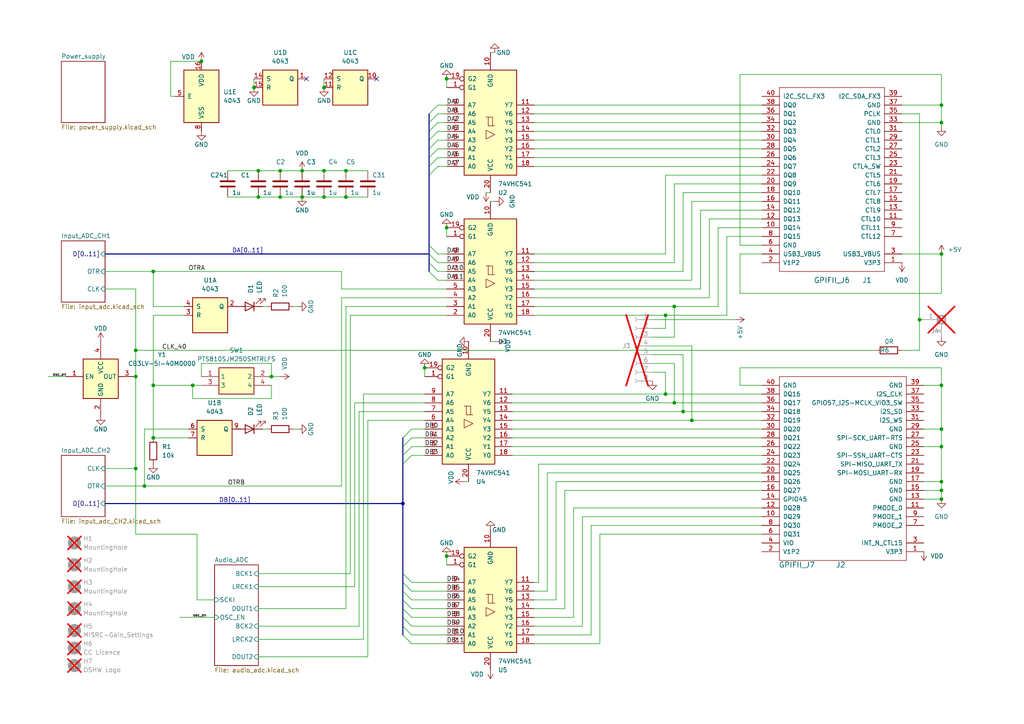
<source format=kicad_sch>
(kicad_sch (version 20231120) (generator "eeschema") (generator_version "8.0")
  (paper "A4")
  (title_block (title "MISRC-PCM") (date "2025-03-03") (rev "2.5") (comment 1 "Digital Interface"))
  (lib_symbols
    (symbol "4043:4043" (pin_names (offset 1.016))
      (property "Reference" "U" (at -7.62 8.89 0))
      (property "Value" "4043" (at -7.62 -8.89 0))
      (symbol "4043_1_1"
        (pin output line (at 7.62 2.54 180) (length 2.54) (name "Q") (number "2"))
        (pin input line (at -7.62 0 0) (length 2.54) (name "R") (number "3"))
        (pin input line (at -7.62 2.54 0) (length 2.54) (name "S") (number "4"))
      )
      (symbol "4043_2_1"
        (pin input line (at -7.62 2.54 0) (length 2.54) (name "S") (number "6"))
        (pin input line (at -7.62 0 0) (length 2.54) (name "R") (number "7"))
        (pin output line (at 7.62 2.54 180) (length 2.54) (name "Q") (number "9"))
      )
      (symbol "4043_3_1"
        (pin output line (at 7.62 2.54 180) (length 2.54) (name "Q") (number "10"))
        (pin input line (at -7.62 0 0) (length 2.54) (name "R") (number "11"))
        (pin input line (at -7.62 2.54 0) (length 2.54) (name "S") (number "12"))
      )
      (symbol "4043_4_1"
        (pin output line (at 7.62 2.54 180) (length 2.54) (name "Q") (number "1"))
        (pin input line (at -7.62 2.54 0) (length 2.54) (name "S") (number "14"))
        (pin input line (at -7.62 0 0) (length 2.54) (name "R") (number "15"))
      )
      (symbol "4043_5_0"
        (pin power_in line (at 0 10.16 270) (length 2.54) (name "VDD") (number "16"))
        (pin input line (at -7.62 0 0) (length 2.54) (name "E") (number "5"))
        (pin power_in line (at 0 -10.16 90) (length 2.54) (name "VSS") (number "8"))
      )
    )
    (symbol "74xx:74LS541" (pin_names (offset 1.016))
      (property "Reference" "U" (at -7.62 16.51 0))
      (property "Value" "74LS541" (at -7.62 -16.51 0))
      (symbol "74LS541_1_0"
        (pin input inverted (at -12.7 -10.16 0) (length 5.08) (name "G1") (number "1"))
        (pin power_in line (at 0 -20.32 90) (length 5.08) (name "GND") (number "10"))
        (pin tri_state line (at 12.7 -5.08 180) (length 5.08) (name "Y7") (number "11"))
        (pin tri_state line (at 12.7 -2.54 180) (length 5.08) (name "Y6") (number "12"))
        (pin tri_state line (at 12.7 0 180) (length 5.08) (name "Y5") (number "13"))
        (pin tri_state line (at 12.7 2.54 180) (length 5.08) (name "Y4") (number "14"))
        (pin tri_state line (at 12.7 5.08 180) (length 5.08) (name "Y3") (number "15"))
        (pin tri_state line (at 12.7 7.62 180) (length 5.08) (name "Y2") (number "16"))
        (pin tri_state line (at 12.7 10.16 180) (length 5.08) (name "Y1") (number "17"))
        (pin tri_state line (at 12.7 12.7 180) (length 5.08) (name "Y0") (number "18"))
        (pin input inverted (at -12.7 -12.7 0) (length 5.08) (name "G2") (number "19"))
        (pin input line (at -12.7 12.7 0) (length 5.08) (name "A0") (number "2"))
        (pin power_in line (at 0 20.32 270) (length 5.08) (name "VCC") (number "20"))
        (pin input line (at -12.7 10.16 0) (length 5.08) (name "A1") (number "3"))
        (pin input line (at -12.7 7.62 0) (length 5.08) (name "A2") (number "4"))
        (pin input line (at -12.7 5.08 0) (length 5.08) (name "A3") (number "5"))
        (pin input line (at -12.7 2.54 0) (length 5.08) (name "A4") (number "6"))
        (pin input line (at -12.7 0 0) (length 5.08) (name "A5") (number "7"))
        (pin input line (at -12.7 -2.54 0) (length 5.08) (name "A6") (number "8"))
        (pin input line (at -12.7 -5.08 0) (length 5.08) (name "A7") (number "9"))
      )
    )
    (symbol "Connector:Conn_01x08_Socket" (pin_names (offset 1.016) hide)
      (property "Reference" "J" (at 0 10.16 0))
      (property "Value" "Conn_01x08_Socket" (at 0 -12.7 0))
      (symbol "Conn_01x08_Socket_1_1"
        (pin passive line (at -5.08 7.62 0) (length 3.81) (name "Pin_1") (number "1"))
        (pin passive line (at -5.08 5.08 0) (length 3.81) (name "Pin_2") (number "2"))
        (pin passive line (at -5.08 2.54 0) (length 3.81) (name "Pin_3") (number "3"))
        (pin passive line (at -5.08 0 0) (length 3.81) (name "Pin_4") (number "4"))
        (pin passive line (at -5.08 -2.54 0) (length 3.81) (name "Pin_5") (number "5"))
        (pin passive line (at -5.08 -5.08 0) (length 3.81) (name "Pin_6") (number "6"))
        (pin passive line (at -5.08 -7.62 0) (length 3.81) (name "Pin_7") (number "7"))
        (pin passive line (at -5.08 -10.16 0) (length 3.81) (name "Pin_8") (number "8"))
      )
    )
    (symbol "Connector_Generic_Shielded:Conn_01x01_Shielded" (pin_names (offset 1.016) hide)
      (property "Reference" "J1" (at -2.54 3.81 0))
      (symbol "Conn_01x01_Shielded_1_1"
        (pin passive line (at -5.08 0 0) (length 4.064) (name "Pin_1") (number "1"))
        (pin passive line (at 0 -5.08 90) (length 3.81) (name "Shield") (number "2"))
      )
    )
    (symbol "Device:C" (pin_numbers hide) (pin_names (offset 0.254))
      (property "Reference" "C" (at 0.635 2.54 0))
      (property "Value" "C" (at 0.635 -2.54 0))
      (symbol "C_1_1"
        (pin passive line (at 0 3.81 270) (length 2.794) (name "~") (number "1"))
        (pin passive line (at 0 -3.81 90) (length 2.794) (name "~") (number "2"))
      )
    )
    (symbol "Device:LED" (pin_numbers hide) (pin_names (offset 1.016) hide)
      (property "Reference" "D" (at 0 2.54 0))
      (property "Value" "LED" (at 0 -2.54 0))
      (symbol "LED_1_1"
        (pin passive line (at -3.81 0 0) (length 2.54) (name "K") (number "1"))
        (pin passive line (at 3.81 0 180) (length 2.54) (name "A") (number "2"))
      )
    )
    (symbol "Device:R" (pin_numbers hide) (pin_names (offset 0))
      (property "Reference" "R" (at 2.032 0 90))
      (property "Value" "R" (at 0 0 90))
      (symbol "R_1_1"
        (pin passive line (at 0 3.81 270) (length 1.27) (name "~") (number "1"))
        (pin passive line (at 0 -3.81 90) (length 1.27) (name "~") (number "2"))
      )
    )
    (symbol "Mechanical:MountingHole" (pin_names (offset 1.016))
      (property "Reference" "H" (at 0 5.08 0))
      (property "Value" "MountingHole" (at 0 3.175 0))
    )
    (symbol "PTS810SJM250SMTRLFS:PTS810SJM250SMTRLFS"
      (property "Reference" "S" (at 16.51 7.62 0))
      (property "Value" "PTS810SJM250SMTRLFS" (at 16.51 5.08 0))
      (symbol "PTS810SJM250SMTRLFS_1_1"
        (pin passive line (at 0 0 0) (length 5.08) (name "1") (number "1"))
        (pin passive line (at 20.32 0 180) (length 5.08) (name "2") (number "2"))
        (pin passive line (at 0 -2.54 0) (length 5.08) (name "3") (number "3"))
        (pin passive line (at 20.32 -2.54 180) (length 5.08) (name "4") (number "4"))
      )
    )
    (symbol "cb3lv-5i-40m0000_p:CB3LV-5I-40M0000"
      (property "Reference" "Y1" (at 30.48 3.7786 0))
      (property "Value" "CB3LV-5I-40M0000" (at 30.48 1.2386 0))
      (symbol "CB3LV-5I-40M0000_1_1"
        (pin passive line (at 2.54 -2.54 0) (length 5.08) (name "EN") (number "1"))
        (pin passive line (at 12.7 -13.97 90) (length 5.08) (name "GND") (number "2"))
        (pin passive line (at 22.86 -2.54 180) (length 5.08) (name "OUT") (number "3"))
        (pin passive line (at 12.7 7.62 270) (length 5.08) (name "VCC") (number "4"))
      )
    )
    (symbol "gpifii_j6:GPIFII_J6" (pin_names (offset 1.016))
      (property "Reference" "J3" (at -10.16 27.94 0))
      (property "Value" "GPIFII_J6" (at 0 27.94 0))
      (symbol "GPIFII_J6_1_1"
        (pin power_in line (at -20.32 22.86 0) (length 5.08) (name "V3P3") (number "1"))
        (pin bidirectional line (at 20.32 12.7 180) (length 5.08) (name "DQ14") (number "10"))
        (pin bidirectional line (at -20.32 10.16 0) (length 5.08) (name "CTL10") (number "11"))
        (pin bidirectional line (at 20.32 10.16 180) (length 5.08) (name "DQ13") (number "12"))
        (pin bidirectional line (at -20.32 7.62 0) (length 5.08) (name "CTL9") (number "13"))
        (pin bidirectional line (at 20.32 7.62 180) (length 5.08) (name "DQ12") (number "14"))
        (pin bidirectional line (at -20.32 5.08 0) (length 5.08) (name "CTL8") (number "15"))
        (pin bidirectional line (at 20.32 5.08 180) (length 5.08) (name "DQ11") (number "16"))
        (pin bidirectional line (at -20.32 2.54 0) (length 5.08) (name "CTL7") (number "17"))
        (pin bidirectional line (at 20.32 2.54 180) (length 5.08) (name "DQ10") (number "18"))
        (pin bidirectional line (at -20.32 0 0) (length 5.08) (name "CTL6") (number "19"))
        (pin power_out line (at 20.32 22.86 180) (length 5.08) (name "V1P2") (number "2"))
        (pin bidirectional line (at 20.32 0 180) (length 5.08) (name "DQ9") (number "20"))
        (pin bidirectional line (at -20.32 -2.54 0) (length 5.08) (name "CTL5") (number "21"))
        (pin bidirectional line (at 20.32 -2.54 180) (length 5.08) (name "DQ8") (number "22"))
        (pin bidirectional line (at -20.32 -5.08 0) (length 5.08) (name "CTL4_SW") (number "23"))
        (pin bidirectional line (at 20.32 -5.08 180) (length 5.08) (name "DQ7") (number "24"))
        (pin bidirectional line (at -20.32 -7.62 0) (length 5.08) (name "CTL3") (number "25"))
        (pin bidirectional line (at 20.32 -7.62 180) (length 5.08) (name "DQ6") (number "26"))
        (pin bidirectional line (at -20.32 -10.16 0) (length 5.08) (name "CTL2") (number "27"))
        (pin bidirectional line (at 20.32 -10.16 180) (length 5.08) (name "DQ5") (number "28"))
        (pin bidirectional line (at -20.32 -12.7 0) (length 5.08) (name "CTL1") (number "29"))
        (pin power_in line (at -20.32 20.32 0) (length 5.08) (name "USB3_VBUS") (number "3"))
        (pin bidirectional line (at 20.32 -12.7 180) (length 5.08) (name "DQ4") (number "30"))
        (pin bidirectional line (at -20.32 -15.24 0) (length 5.08) (name "CTL0") (number "31"))
        (pin bidirectional line (at 20.32 -15.24 180) (length 5.08) (name "DQ3") (number "32"))
        (pin power_in line (at -20.32 -17.78 0) (length 5.08) (name "GND") (number "33"))
        (pin bidirectional line (at 20.32 -17.78 180) (length 5.08) (name "DQ2") (number "34"))
        (pin bidirectional line (at -20.32 -20.32 0) (length 5.08) (name "PCLK") (number "35"))
        (pin bidirectional line (at 20.32 -20.32 180) (length 5.08) (name "DQ1") (number "36"))
        (pin power_in line (at -20.32 -22.86 0) (length 5.08) (name "GND") (number "37"))
        (pin bidirectional line (at 20.32 -22.86 180) (length 5.08) (name "DQ0") (number "38"))
        (pin bidirectional line (at -20.32 -25.4 0) (length 5.08) (name "I2C_SDA_FX3") (number "39"))
        (pin power_in line (at 20.32 20.32 180) (length 5.08) (name "USB3_VBUS") (number "4"))
        (pin bidirectional line (at 20.32 -25.4 180) (length 5.08) (name "I2C_SCL_FX3") (number "40"))
        (pin power_in line (at 20.32 17.78 180) (length 5.08) (name "GND") (number "6"))
        (pin bidirectional line (at -20.32 15.24 0) (length 5.08) (name "CTL12") (number "7"))
        (pin bidirectional line (at 20.32 15.24 180) (length 5.08) (name "DQ15") (number "8"))
        (pin bidirectional line (at -20.32 12.7 0) (length 5.08) (name "CTL11") (number "9"))
      )
    )
    (symbol "gpifii_j7:GPIFII_J7" (pin_names (offset 1.016))
      (property "Reference" "J4" (at 0 26.67 0))
      (property "Value" "GPIFII_J7" (at 12.7 26.67 0))
      (symbol "GPIFII_J7_1_1"
        (pin power_in line (at -24.13 22.86 0) (length 5.08) (name "V3P3") (number "1"))
        (pin bidirectional line (at 22.86 12.7 180) (length 5.08) (name "DQ29") (number "10"))
        (pin bidirectional line (at -24.13 10.16 0) (length 5.08) (name "PMODE_0") (number "11"))
        (pin bidirectional line (at 22.86 10.16 180) (length 5.08) (name "DQ28") (number "12"))
        (pin power_in line (at -24.13 7.62 0) (length 5.08) (name "GND") (number "13"))
        (pin bidirectional line (at 22.86 7.62 180) (length 5.08) (name "GPIO45") (number "14"))
        (pin power_in line (at -24.13 5.08 0) (length 5.08) (name "GND") (number "15"))
        (pin bidirectional line (at 22.86 5.08 180) (length 5.08) (name "DQ27") (number "16"))
        (pin power_in line (at -24.13 2.54 0) (length 5.08) (name "GND") (number "17"))
        (pin bidirectional line (at 22.86 2.54 180) (length 5.08) (name "DQ26") (number "18"))
        (pin bidirectional line (at -24.13 0 0) (length 5.08) (name "SPI-MOSI_UART-RX") (number "19"))
        (pin power_in line (at 22.86 22.86 180) (length 5.08) (name "V1P2") (number "2"))
        (pin bidirectional line (at 22.86 0 180) (length 5.08) (name "DQ25") (number "20"))
        (pin bidirectional line (at -24.13 -2.54 0) (length 5.08) (name "SPI-MISO_UART_TX") (number "21"))
        (pin bidirectional line (at 22.86 -2.54 180) (length 5.08) (name "DQ24") (number "22"))
        (pin bidirectional line (at -24.13 -5.08 0) (length 5.08) (name "SPI-SSN_UART-CTS") (number "23"))
        (pin bidirectional line (at 22.86 -5.08 180) (length 5.08) (name "DQ23") (number "24"))
        (pin power_in line (at -24.13 -7.62 0) (length 5.08) (name "GND") (number "25"))
        (pin bidirectional line (at 22.86 -7.62 180) (length 5.08) (name "DQ22") (number "26"))
        (pin bidirectional line (at -24.13 -10.16 0) (length 5.08) (name "SPI-SCK_UART-RTS") (number "27"))
        (pin bidirectional line (at 22.86 -10.16 180) (length 5.08) (name "DQ21") (number "28"))
        (pin power_in line (at -24.13 -12.7 0) (length 5.08) (name "GND") (number "29"))
        (pin bidirectional line (at -24.13 20.32 0) (length 5.08) (name "INT_N_CTL15") (number "3"))
        (pin bidirectional line (at 22.86 -12.7 180) (length 5.08) (name "DQ20") (number "30"))
        (pin bidirectional line (at -24.13 -15.24 0) (length 5.08) (name "I2S_WS") (number "31"))
        (pin bidirectional line (at 22.86 -15.24 180) (length 5.08) (name "DQ19") (number "32"))
        (pin bidirectional line (at -24.13 -17.78 0) (length 5.08) (name "I2S_SD") (number "33"))
        (pin bidirectional line (at 22.86 -17.78 180) (length 5.08) (name "DQ18") (number "34"))
        (pin bidirectional line (at -24.13 -20.32 0) (length 5.08) (name "GPIO57_I2S-MCLK_VIO3_SW") (number "35"))
        (pin bidirectional line (at 22.86 -20.32 180) (length 5.08) (name "DQ17") (number "36"))
        (pin bidirectional line (at -24.13 -22.86 0) (length 5.08) (name "I2S_CLK") (number "37"))
        (pin bidirectional line (at 22.86 -22.86 180) (length 5.08) (name "DQ16") (number "38"))
        (pin power_in line (at -24.13 -25.4 0) (length 5.08) (name "GND") (number "39"))
        (pin power_out line (at 22.86 20.32 180) (length 5.08) (name "VIO") (number "4"))
        (pin power_in line (at 22.86 -25.4 180) (length 5.08) (name "GND") (number "40"))
        (pin bidirectional line (at 22.86 17.78 180) (length 5.08) (name "DQ31") (number "6"))
        (pin bidirectional line (at -24.13 15.24 0) (length 5.08) (name "PMODE_2") (number "7"))
        (pin bidirectional line (at 22.86 15.24 180) (length 5.08) (name "DQ30") (number "8"))
        (pin bidirectional line (at -24.13 12.7 0) (length 5.08) (name "PMODE_1") (number "9"))
      )
    )
    (symbol "power:+5V" (power) (pin_names (offset 0))
      (property "Value" "+5V" (at 0 3.556 0))
      (symbol "+5V_1_1"
        (pin power_in line (at 0 0 90) (length 0) hide (name "+5V") (number "1"))
      )
    )
    (symbol "power:GND" (power) (pin_names (offset 0))
      (property "Value" "GND" (at 0 -3.81 0))
      (symbol "GND_1_1"
        (pin power_in line (at 0 0 270) (length 0) hide (name "GND") (number "1"))
      )
    )
    (symbol "power:VDD" (power) (pin_names (offset 0))
      (property "Value" "VDD" (at 0 3.81 0))
      (symbol "VDD_1_1"
        (pin power_in line (at 0 0 90) (length 0) hide (name "VDD") (number "1"))
      )
    )
  )
  (junction (at 44.45 78.74))
  (junction (at 74.93 49.53))
  (junction (at 55.88 111.76))
  (junction (at 273.05 73.66))
  (junction (at 87.63 57.15))
  (junction (at 195.58 88.9))
  (junction (at 81.28 49.53))
  (junction (at 200.66 121.92))
  (junction (at 100.33 57.15))
  (junction (at 129.54 161.29))
  (junction (at 273.05 129.54))
  (junction (at 273.05 144.78))
  (junction (at 198.12 119.38))
  (junction (at 44.45 111.76))
  (junction (at 39.37 135.89))
  (junction (at 93.98 57.15))
  (junction (at 73.66 25.4))
  (junction (at 123.19 106.68))
  (junction (at 58.42 17.78))
  (junction (at 100.33 49.53))
  (junction (at 116.84 146.05))
  (junction (at 129.54 22.86))
  (junction (at 266.7 92.71))
  (junction (at 273.05 139.7))
  (junction (at 39.37 109.22))
  (junction (at 193.04 91.44))
  (junction (at 44.45 127))
  (junction (at 129.54 66.04))
  (junction (at 273.05 35.56))
  (junction (at 39.37 101.6))
  (junction (at 93.98 49.53))
  (junction (at 195.58 116.84))
  (junction (at 87.63 49.53))
  (junction (at 193.04 114.3))
  (junction (at 93.98 25.4))
  (junction (at 81.28 57.15))
  (junction (at 273.05 111.76))
  (junction (at 273.05 142.24))
  (junction (at 41.91 140.97))
  (junction (at 273.05 124.46))
  (junction (at 74.93 57.15))
  (junction (at 78.74 109.22))
  (junction (at 273.05 30.48))
  (no_connect (at 88.9 22.86))
  (no_connect (at 109.22 22.86))
  (bus_entry (at 124.46 43.18) (size 2.54 -2.54))
  (bus_entry (at 116.84 134.62) (size 2.54 -2.54))
  (bus_entry (at 116.84 132.08) (size 2.54 -2.54))
  (bus_entry (at 116.84 171.45) (size 2.54 2.54))
  (bus_entry (at 124.46 50.8) (size 2.54 -2.54))
  (bus_entry (at 116.84 129.54) (size 2.54 -2.54))
  (bus_entry (at 124.46 73.66) (size 2.54 2.54))
  (bus_entry (at 116.84 176.53) (size 2.54 2.54))
  (bus_entry (at 116.84 184.15) (size 2.54 2.54))
  (bus_entry (at 124.46 38.1) (size 2.54 -2.54))
  (bus_entry (at 124.46 78.74) (size 2.54 2.54))
  (bus_entry (at 124.46 35.56) (size 2.54 -2.54))
  (bus_entry (at 124.46 71.12) (size 2.54 2.54))
  (bus_entry (at 116.84 179.07) (size 2.54 2.54))
  (bus_entry (at 124.46 48.26) (size 2.54 -2.54))
  (bus_entry (at 116.84 166.37) (size 2.54 2.54))
  (bus_entry (at 116.84 168.91) (size 2.54 2.54))
  (bus_entry (at 124.46 33.02) (size 2.54 -2.54))
  (bus_entry (at 116.84 173.99) (size 2.54 2.54))
  (bus_entry (at 124.46 45.72) (size 2.54 -2.54))
  (bus_entry (at 116.84 127) (size 2.54 -2.54))
  (bus_entry (at 124.46 40.64) (size 2.54 -2.54))
  (bus_entry (at 116.84 181.61) (size 2.54 2.54))
  (bus_entry (at 124.46 76.2) (size 2.54 2.54))
  (wire (pts (xy 273.05 129.54) (xy 267.97 129.54)))
  (wire (pts (xy 193.04 50.8) (xy 220.98 50.8)))
  (wire (pts (xy 74.93 190.5) (xy 106.68 190.5)))
  (wire (pts (xy 214.63 71.12) (xy 220.98 71.12)))
  (wire (pts (xy 78.74 115.57) (xy 55.88 115.57)))
  (wire (pts (xy 102.87 116.84) (xy 102.87 170.18)))
  (wire (pts (xy 127 73.66) (xy 129.54 73.66)))
  (wire (pts (xy 171.45 152.4) (xy 171.45 184.15)))
  (wire (pts (xy 273.05 124.46) (xy 267.97 124.46)))
  (wire (pts (xy 87.63 57.15) (xy 93.98 57.15)))
  (wire (pts (xy 73.66 22.86) (xy 73.66 25.4)))
  (wire (pts (xy 143.51 58.42) (xy 142.24 58.42)))
  (wire (pts (xy 193.04 50.8) (xy 193.04 73.66)))
  (wire (pts (xy 101.6 91.44) (xy 129.54 91.44)))
  (wire (pts (xy 104.14 119.38) (xy 123.19 119.38)))
  (wire (pts (xy 261.62 73.66) (xy 273.05 73.66)))
  (wire (pts (xy 198.12 55.88) (xy 220.98 55.88)))
  (bus (pts (xy 116.84 173.99) (xy 116.84 176.53)))
  (wire (pts (xy 154.94 181.61) (xy 168.91 181.61)))
  (bus (pts (xy 124.46 38.1) (xy 124.46 40.64)))
  (wire (pts (xy 214.63 106.68) (xy 273.05 106.68)))
  (wire (pts (xy 129.54 163.83) (xy 129.54 161.29)))
  (wire (pts (xy 105.41 114.3) (xy 123.19 114.3)))
  (bus (pts (xy 116.84 179.07) (xy 116.84 181.61)))
  (wire (pts (xy 52.07 179.07) (xy 62.23 179.07)))
  (wire (pts (xy 214.63 85.09) (xy 273.05 85.09)))
  (wire (pts (xy 189.23 107.95) (xy 193.04 107.95)))
  (wire (pts (xy 195.58 53.34) (xy 195.58 76.2)))
  (wire (pts (xy 100.33 88.9) (xy 129.54 88.9)))
  (wire (pts (xy 74.93 181.61) (xy 104.14 181.61)))
  (wire (pts (xy 214.63 21.59) (xy 214.63 71.12)))
  (wire (pts (xy 273.05 21.59) (xy 273.05 30.48)))
  (wire (pts (xy 127 40.64) (xy 129.54 40.64)))
  (wire (pts (xy 74.93 176.53) (xy 100.33 176.53)))
  (wire (pts (xy 154.94 83.82) (xy 203.2 83.82)))
  (wire (pts (xy 195.58 116.84) (xy 220.98 116.84)))
  (wire (pts (xy 154.94 91.44) (xy 193.04 91.44)))
  (wire (pts (xy 30.48 140.97) (xy 41.91 140.97)))
  (wire (pts (xy 203.2 60.96) (xy 220.98 60.96)))
  (bus (pts (xy 124.46 43.18) (xy 124.46 45.72)))
  (wire (pts (xy 66.04 49.53) (xy 74.93 49.53)))
  (wire (pts (xy 166.37 147.32) (xy 166.37 179.07)))
  (wire (pts (xy 119.38 176.53) (xy 129.54 176.53)))
  (wire (pts (xy 54.61 124.46) (xy 41.91 124.46)))
  (wire (pts (xy 119.38 129.54) (xy 123.19 129.54)))
  (bus (pts (xy 116.84 129.54) (xy 116.84 132.08)))
  (wire (pts (xy 189.23 92.71) (xy 213.36 92.71)))
  (wire (pts (xy 189.23 100.33) (xy 200.66 100.33)))
  (wire (pts (xy 140.97 55.88) (xy 142.24 55.88)))
  (wire (pts (xy 198.12 119.38) (xy 220.98 119.38)))
  (wire (pts (xy 273.05 129.54) (xy 273.05 124.46)))
  (wire (pts (xy 193.04 114.3) (xy 220.98 114.3)))
  (wire (pts (xy 85.09 88.9) (xy 86.36 88.9)))
  (wire (pts (xy 78.74 105.41) (xy 78.74 109.22)))
  (wire (pts (xy 214.63 73.66) (xy 220.98 73.66)))
  (wire (pts (xy 76.2 88.9) (xy 77.47 88.9)))
  (wire (pts (xy 210.82 68.58) (xy 220.98 68.58)))
  (wire (pts (xy 100.33 57.15) (xy 106.68 57.15)))
  (wire (pts (xy 129.54 25.4) (xy 129.54 22.86)))
  (wire (pts (xy 57.15 154.94) (xy 39.37 154.94)))
  (wire (pts (xy 87.63 49.53) (xy 93.98 49.53)))
  (wire (pts (xy 105.41 114.3) (xy 105.41 185.42)))
  (wire (pts (xy 198.12 102.87) (xy 198.12 119.38)))
  (wire (pts (xy 57.15 173.99) (xy 57.15 154.94)))
  (wire (pts (xy 154.94 179.07) (xy 166.37 179.07)))
  (wire (pts (xy 41.91 140.97) (xy 99.06 140.97)))
  (wire (pts (xy 127 81.28) (xy 129.54 81.28)))
  (wire (pts (xy 154.94 76.2) (xy 195.58 76.2)))
  (wire (pts (xy 99.06 83.82) (xy 99.06 78.74)))
  (wire (pts (xy 44.45 78.74) (xy 44.45 88.9)))
  (wire (pts (xy 154.94 45.72) (xy 220.98 45.72)))
  (wire (pts (xy 39.37 101.6) (xy 254 101.6)))
  (wire (pts (xy 154.94 30.48) (xy 220.98 30.48)))
  (wire (pts (xy 195.58 105.41) (xy 195.58 116.84)))
  (wire (pts (xy 69.85 124.46) (xy 68.58 124.46)))
  (wire (pts (xy 30.48 78.74) (xy 44.45 78.74)))
  (bus (pts (xy 116.84 127) (xy 116.84 129.54)))
  (wire (pts (xy 198.12 55.88) (xy 198.12 78.74)))
  (wire (pts (xy 102.87 116.84) (xy 123.19 116.84)))
  (wire (pts (xy 119.38 171.45) (xy 129.54 171.45)))
  (wire (pts (xy 156.21 134.62) (xy 220.98 134.62)))
  (wire (pts (xy 127 45.72) (xy 129.54 45.72)))
  (bus (pts (xy 116.84 134.62) (xy 116.84 146.05)))
  (wire (pts (xy 74.93 49.53) (xy 81.28 49.53)))
  (wire (pts (xy 214.63 85.09) (xy 214.63 73.66)))
  (wire (pts (xy 154.94 38.1) (xy 220.98 38.1)))
  (wire (pts (xy 49.53 17.78) (xy 58.42 17.78)))
  (wire (pts (xy 266.7 92.71) (xy 267.97 92.71)))
  (wire (pts (xy 30.48 83.82) (xy 39.37 83.82)))
  (wire (pts (xy 163.83 142.24) (xy 220.98 142.24)))
  (wire (pts (xy 119.38 181.61) (xy 129.54 181.61)))
  (wire (pts (xy 148.59 124.46) (xy 220.98 124.46)))
  (bus (pts (xy 124.46 71.12) (xy 124.46 73.66)))
  (wire (pts (xy 148.59 121.92) (xy 200.66 121.92)))
  (wire (pts (xy 261.62 101.6) (xy 266.7 101.6)))
  (wire (pts (xy 13.97 109.22) (xy 19.05 109.22)))
  (wire (pts (xy 62.23 173.99) (xy 57.15 173.99)))
  (wire (pts (xy 200.66 100.33) (xy 200.66 121.92)))
  (bus (pts (xy 116.84 168.91) (xy 116.84 171.45)))
  (wire (pts (xy 189.23 97.79) (xy 195.58 97.79)))
  (wire (pts (xy 142.24 99.06) (xy 143.51 99.06)))
  (wire (pts (xy 214.63 106.68) (xy 214.63 111.76)))
  (wire (pts (xy 81.28 49.53) (xy 87.63 49.53)))
  (wire (pts (xy 148.59 129.54) (xy 220.98 129.54)))
  (wire (pts (xy 154.94 186.69) (xy 173.99 186.69)))
  (wire (pts (xy 154.94 81.28) (xy 200.66 81.28)))
  (wire (pts (xy 119.38 186.69) (xy 129.54 186.69)))
  (wire (pts (xy 195.58 53.34) (xy 220.98 53.34)))
  (wire (pts (xy 200.66 121.92) (xy 220.98 121.92)))
  (wire (pts (xy 273.05 124.46) (xy 273.05 111.76)))
  (wire (pts (xy 99.06 140.97) (xy 99.06 86.36)))
  (wire (pts (xy 78.74 109.22) (xy 81.28 109.22)))
  (bus (pts (xy 116.84 132.08) (xy 116.84 134.62)))
  (wire (pts (xy 161.29 139.7) (xy 220.98 139.7)))
  (wire (pts (xy 273.05 111.76) (xy 267.97 111.76)))
  (wire (pts (xy 200.66 58.42) (xy 200.66 81.28)))
  (wire (pts (xy 93.98 57.15) (xy 100.33 57.15)))
  (wire (pts (xy 93.98 49.53) (xy 100.33 49.53)))
  (wire (pts (xy 154.94 48.26) (xy 220.98 48.26)))
  (wire (pts (xy 273.05 142.24) (xy 267.97 142.24)))
  (wire (pts (xy 101.6 166.37) (xy 101.6 91.44)))
  (wire (pts (xy 220.98 66.04) (xy 208.28 66.04)))
  (wire (pts (xy 119.38 173.99) (xy 129.54 173.99)))
  (wire (pts (xy 273.05 73.66) (xy 273.05 85.09)))
  (wire (pts (xy 39.37 154.94) (xy 39.37 135.89)))
  (wire (pts (xy 154.94 168.91) (xy 156.21 168.91)))
  (wire (pts (xy 44.45 91.44) (xy 53.34 91.44)))
  (wire (pts (xy 214.63 111.76) (xy 220.98 111.76)))
  (wire (pts (xy 205.74 63.5) (xy 205.74 86.36)))
  (wire (pts (xy 74.93 166.37) (xy 101.6 166.37)))
  (wire (pts (xy 154.94 173.99) (xy 161.29 173.99)))
  (wire (pts (xy 76.2 124.46) (xy 77.47 124.46)))
  (wire (pts (xy 208.28 66.04) (xy 208.28 88.9)))
  (wire (pts (xy 119.38 132.08) (xy 123.19 132.08)))
  (wire (pts (xy 220.98 147.32) (xy 166.37 147.32)))
  (wire (pts (xy 100.33 176.53) (xy 100.33 88.9)))
  (bus (pts (xy 116.84 171.45) (xy 116.84 173.99)))
  (bus (pts (xy 124.46 50.8) (xy 124.46 71.12)))
  (bus (pts (xy 116.84 181.61) (xy 116.84 184.15)))
  (bus (pts (xy 30.48 73.66) (xy 124.46 73.66)))
  (wire (pts (xy 195.58 88.9) (xy 208.28 88.9)))
  (wire (pts (xy 39.37 83.82) (xy 39.37 101.6)))
  (wire (pts (xy 273.05 35.56) (xy 273.05 30.48)))
  (wire (pts (xy 148.59 116.84) (xy 195.58 116.84)))
  (wire (pts (xy 127 78.74) (xy 129.54 78.74)))
  (wire (pts (xy 154.94 184.15) (xy 171.45 184.15)))
  (wire (pts (xy 106.68 121.92) (xy 123.19 121.92)))
  (wire (pts (xy 55.88 115.57) (xy 55.88 111.76)))
  (wire (pts (xy 74.93 170.18) (xy 102.87 170.18)))
  (wire (pts (xy 210.82 68.58) (xy 210.82 91.44)))
  (wire (pts (xy 273.05 144.78) (xy 273.05 142.24)))
  (wire (pts (xy 100.33 49.53) (xy 106.68 49.53)))
  (wire (pts (xy 189.23 105.41) (xy 195.58 105.41)))
  (wire (pts (xy 99.06 86.36) (xy 129.54 86.36)))
  (wire (pts (xy 143.51 15.24) (xy 142.24 15.24)))
  (bus (pts (xy 124.46 40.64) (xy 124.46 43.18)))
  (wire (pts (xy 200.66 58.42) (xy 220.98 58.42)))
  (wire (pts (xy 163.83 142.24) (xy 163.83 176.53)))
  (bus (pts (xy 116.84 166.37) (xy 116.84 168.91)))
  (wire (pts (xy 273.05 139.7) (xy 273.05 129.54)))
  (wire (pts (xy 127 76.2) (xy 129.54 76.2)))
  (bus (pts (xy 116.84 176.53) (xy 116.84 179.07)))
  (wire (pts (xy 154.94 176.53) (xy 163.83 176.53)))
  (wire (pts (xy 39.37 109.22) (xy 39.37 135.89)))
  (wire (pts (xy 267.97 144.78) (xy 273.05 144.78)))
  (wire (pts (xy 81.28 57.15) (xy 87.63 57.15)))
  (bus (pts (xy 30.48 146.05) (xy 116.84 146.05)))
  (wire (pts (xy 273.05 111.76) (xy 273.05 106.68)))
  (wire (pts (xy 261.62 33.02) (xy 266.7 33.02)))
  (wire (pts (xy 161.29 139.7) (xy 161.29 173.99)))
  (wire (pts (xy 261.62 35.56) (xy 273.05 35.56)))
  (wire (pts (xy 273.05 139.7) (xy 267.97 139.7)))
  (wire (pts (xy 156.21 134.62) (xy 156.21 168.91)))
  (wire (pts (xy 154.94 86.36) (xy 205.74 86.36)))
  (wire (pts (xy 193.04 95.25) (xy 193.04 91.44)))
  (wire (pts (xy 58.42 109.22) (xy 58.42 105.41)))
  (wire (pts (xy 127 35.56) (xy 129.54 35.56)))
  (wire (pts (xy 154.94 78.74) (xy 198.12 78.74)))
  (wire (pts (xy 127 30.48) (xy 129.54 30.48)))
  (bus (pts (xy 124.46 35.56) (xy 124.46 38.1)))
  (wire (pts (xy 154.94 88.9) (xy 195.58 88.9)))
  (wire (pts (xy 78.74 111.76) (xy 78.74 115.57)))
  (wire (pts (xy 93.98 22.86) (xy 93.98 25.4)))
  (wire (pts (xy 74.93 57.15) (xy 81.28 57.15)))
  (wire (pts (xy 154.94 73.66) (xy 193.04 73.66)))
  (wire (pts (xy 39.37 135.89) (xy 30.48 135.89)))
  (wire (pts (xy 106.68 190.5) (xy 106.68 121.92)))
  (bus (pts (xy 116.84 146.05) (xy 116.84 166.37)))
  (wire (pts (xy 214.63 21.59) (xy 273.05 21.59)))
  (wire (pts (xy 44.45 111.76) (xy 55.88 111.76)))
  (wire (pts (xy 50.8 27.94) (xy 49.53 27.94)))
  (wire (pts (xy 41.91 124.46) (xy 41.91 140.97)))
  (wire (pts (xy 44.45 111.76) (xy 44.45 127)))
  (wire (pts (xy 49.53 27.94) (xy 49.53 17.78)))
  (wire (pts (xy 119.38 179.07) (xy 129.54 179.07)))
  (wire (pts (xy 193.04 91.44) (xy 210.82 91.44)))
  (wire (pts (xy 189.23 95.25) (xy 193.04 95.25)))
  (wire (pts (xy 173.99 154.94) (xy 173.99 186.69)))
  (wire (pts (xy 154.94 171.45) (xy 158.75 171.45)))
  (wire (pts (xy 104.14 181.61) (xy 104.14 119.38)))
  (wire (pts (xy 158.75 137.16) (xy 220.98 137.16)))
  (wire (pts (xy 261.62 30.48) (xy 273.05 30.48)))
  (wire (pts (xy 119.38 124.46) (xy 123.19 124.46)))
  (wire (pts (xy 39.37 101.6) (xy 39.37 109.22)))
  (wire (pts (xy 220.98 152.4) (xy 171.45 152.4)))
  (wire (pts (xy 148.59 114.3) (xy 193.04 114.3)))
  (wire (pts (xy 273.05 142.24) (xy 273.05 139.7)))
  (wire (pts (xy 66.04 57.15) (xy 74.93 57.15)))
  (wire (pts (xy 220.98 149.86) (xy 168.91 149.86)))
  (bus (pts (xy 124.46 48.26) (xy 124.46 50.8)))
  (wire (pts (xy 127 33.02) (xy 129.54 33.02)))
  (wire (pts (xy 195.58 97.79) (xy 195.58 88.9)))
  (wire (pts (xy 74.93 185.42) (xy 105.41 185.42)))
  (wire (pts (xy 85.09 124.46) (xy 86.36 124.46)))
  (wire (pts (xy 148.59 132.08) (xy 220.98 132.08)))
  (wire (pts (xy 148.59 119.38) (xy 198.12 119.38)))
  (wire (pts (xy 58.42 105.41) (xy 78.74 105.41)))
  (wire (pts (xy 154.94 33.02) (xy 220.98 33.02)))
  (wire (pts (xy 134.62 139.7) (xy 135.89 139.7)))
  (wire (pts (xy 193.04 107.95) (xy 193.04 114.3)))
  (wire (pts (xy 173.99 154.94) (xy 220.98 154.94)))
  (wire (pts (xy 119.38 127) (xy 123.19 127)))
  (wire (pts (xy 129.54 83.82) (xy 99.06 83.82)))
  (wire (pts (xy 129.54 68.58) (xy 129.54 66.04)))
  (wire (pts (xy 273.05 36.83) (xy 273.05 35.56)))
  (wire (pts (xy 123.19 109.22) (xy 123.19 106.68)))
  (wire (pts (xy 44.45 88.9) (xy 53.34 88.9)))
  (wire (pts (xy 266.7 33.02) (xy 266.7 92.71)))
  (wire (pts (xy 119.38 168.91) (xy 129.54 168.91)))
  (wire (pts (xy 127 43.18) (xy 129.54 43.18)))
  (wire (pts (xy 154.94 35.56) (xy 220.98 35.56)))
  (wire (pts (xy 203.2 60.96) (xy 203.2 83.82)))
  (wire (pts (xy 154.94 43.18) (xy 220.98 43.18)))
  (wire (pts (xy 127 38.1) (xy 129.54 38.1)))
  (wire (pts (xy 189.23 102.87) (xy 198.12 102.87)))
  (wire (pts (xy 168.91 149.86) (xy 168.91 181.61)))
  (bus (pts (xy 124.46 33.02) (xy 124.46 35.56)))
  (wire (pts (xy 266.7 92.71) (xy 266.7 101.6)))
  (bus (pts (xy 124.46 73.66) (xy 124.46 76.2)))
  (bus (pts (xy 124.46 76.2) (xy 124.46 78.74)))
  (bus (pts (xy 124.46 45.72) (xy 124.46 48.26)))
  (wire (pts (xy 54.61 127) (xy 44.45 127)))
  (wire (pts (xy 127 48.26) (xy 129.54 48.26)))
  (wire (pts (xy 55.88 111.76) (xy 58.42 111.76)))
  (wire (pts (xy 148.59 127) (xy 220.98 127)))
  (wire (pts (xy 44.45 91.44) (xy 44.45 111.76)))
  (wire (pts (xy 205.74 63.5) (xy 220.98 63.5)))
  (wire (pts (xy 158.75 137.16) (xy 158.75 171.45)))
  (wire (pts (xy 154.94 40.64) (xy 220.98 40.64)))
  (wire (pts (xy 119.38 184.15) (xy 129.54 184.15)))
  (wire (pts (xy 44.45 78.74) (xy 99.06 78.74)))
  (label "DA1" (at 129.54 33.02 0))
  (label "DA9" (at 129.54 76.2 0))
  (label "DB10" (at 129.54 184.15 0))
  (label "DB[0..11]" (at 63.5 146.05 0))
  (label "DA8" (at 129.54 73.66 0))
  (label "DA5" (at 129.54 43.18 0))
  (label "DB6" (at 129.54 173.99 0))
  (label "DA2" (at 129.54 35.56 0))
  (label "DA6" (at 129.54 45.72 0))
  (label "DB3" (at 123.19 132.08 0))
  (label "DA3" (at 129.54 38.1 0))
  (label "CLK_40" (at 46.99 101.6 0))
  (label "OTRB" (at 66.04 140.97 0))
  (label "DB2" (at 123.19 129.54 0))
  (label "DA4" (at 129.54 40.64 0))
  (label "DB1" (at 123.19 127 0))
  (label "DB0" (at 123.19 124.46 0))
  (label "DB9" (at 129.54 181.61 0))
  (label "osc_en" (at 15.24 109.22 0) (effects (font (size 0.762 0.762))))
  (label "DA0" (at 129.54 30.48 0))
  (label "DB11" (at 129.54 186.69 0))
  (label "DA7" (at 129.54 48.26 0))
  (label "DA[0..11]" (at 67.31 73.66 0))
  (label "DB7" (at 129.54 176.53 0))
  (label "OTRA" (at 54.61 78.74 0))
  (label "DB8" (at 129.54 179.07 0))
  (label "osc_en" (at 55.88 179.07 0) (effects (font (size 0.762 0.762))))
  (label "DB5" (at 129.54 171.45 0))
  (label "DA11" (at 129.54 81.28 0))
  (label "DB4" (at 129.54 168.91 0))
  (label "DA10" (at 129.54 78.74 0))
  (symbol (lib_id "Device:C") (at 93.98 53.34 0) (unit 1)
    (property "Reference" "C4" (at 95.25 46.99 0) (effects (justify left)))
    (property "Value" "1u" (at 95.25 55.88 0) (effects (justify left)))
    (property "Footprint" "Capacitor_SMD:C_0603_1608Metric" (effects (hide yes)))
    (property "Manufacturer_Part_Number" "GRM188D71H105KE01D " (effects (hide yes)))
  )
  (symbol (lib_id "cb3lv-5i-40m0000_p:CB3LV-5I-40M0000") (at 16.51 106.68 0) (unit 1)
    (property "Reference" "Y1" (at 46.99 102.9014 0))
    (property "Value" "CB3LV-5I-40M0000" (at 46.99 105.4414 0))
    (property "Footprint" "CB3LV5I40M0000" (effects (hide yes)))
    (property "Datasheet" "https://componentsearchengine.com/Datasheets/1/CB3LV-5I-40M0000.pdf" (effects (hide yes)))
    (property "Description" "Standard Clock Oscillators 40.0MHz 3.3V -40C +85C 25ppm" (effects (hide yes)))
    (property "Height" "1.8" (effects (hide yes)))
    (property "Mouser Part Number" "774-CB3LV-5I-40M0000" (effects (hide yes)))
    (property "Mouser Price/Stock" "https://www.mouser.com/Search/Refine.aspx?Keyword=774-CB3LV-5I-40M0000" (effects (hide yes)))
    (property "Manufacturer_Name" "CTS" (effects (hide yes)))
    (property "Manufacturer_Part_Number" "CB3LV-5I-40M0000" (effects (hide yes)))
  )
  (symbol (lib_id "Connector_Generic_Shielded:Conn_01x01_Shielded") (at 273.05 92.71 0) (unit 1) (dnp yes)
    (property "Reference" "J4" (at 270.002 96.012 0) (effects (justify left)))
    (property "Value" "Conn_01x01_Shielded" (effects (hide yes)))
    (property "Footprint" "Footprints:SMA_Amphenol_901-144_Vertical2" (effects (hide yes)))
    (property "Manufacturer_Part_Number" "RF2-04A-T-00-50-G" (effects (hide yes)))
  )
  (symbol (lib_id "power:GND") (at 189.23 110.49 0) (mirror y) (unit 1)
    (property "Reference" "#PWR045" (effects (hide yes)))
    (property "Value" "GND" (at 189.23 115.57 0))
  )
  (symbol (lib_id "power:VDD") (at 261.62 76.2 180) (unit 1)
    (property "Reference" "#PWR01" (effects (hide yes)))
    (property "Value" "VDD" (at 261.62 81.28 0))
  )
  (symbol (lib_id "Device:C") (at 81.28 53.34 0) (unit 1)
    (property "Reference" "C2" (at 80.01 46.99 0) (effects (justify left)))
    (property "Value" "1u" (at 82.55 55.88 0) (effects (justify left)))
    (property "Footprint" "Capacitor_SMD:C_0603_1608Metric" (effects (hide yes)))
    (property "Manufacturer_Part_Number" "GRM188D71H105KE01D " (effects (hide yes)))
  )
  (symbol (lib_id "power:VDD") (at 29.21 99.06 0) (unit 1)
    (property "Reference" "#PWR0251" (effects (hide yes)))
    (property "Value" "VDD" (at 29.21 95.25 0))
  )
  (symbol (lib_id "power:GND") (at 135.89 99.06 270) (mirror x) (unit 1)
    (property "Reference" "#PWR017" (effects (hide yes)))
    (property "Value" "GND" (at 133.35 101.6 0))
  )
  (symbol (lib_id "74xx:74LS541") (at 135.89 119.38 0) (mirror x) (unit 1)
    (property "Reference" "U4" (at 138.0841 139.7 0) (effects (justify left)))
    (property "Value" "74VHC541" (at 138.0841 137.16 0) (effects (justify left)))
    (property "Footprint" "Package_SO:SOIC-20W_7.5x12.8mm_P1.27mm" (effects (hide yes)))
    (property "Datasheet" "http://www.ti.com/lit/gpn/sn74LS541" (effects (hide yes)))
    (property "Manufacturer_Part_Number" "74VHC541D,118" (effects (hide yes)))
  )
  (symbol (lib_id "power:VDD") (at 140.97 55.88 0) (mirror x) (unit 1)
    (property "Reference" "#PWR016" (effects (hide yes)))
    (property "Value" "VDD" (at 137.16 57.15 0))
  )
  (symbol (lib_id "power:GND") (at 58.42 38.1 0) (unit 1)
    (property "Reference" "#PWR04" (effects (hide yes)))
    (property "Value" "GND" (at 58.42 41.91 0))
  )
  (symbol (lib_id "Mechanical:MountingHole") (at 21.59 157.48 0) (unit 1) (dnp yes)
    (property "Reference" "H1" (at 24.13 156.21 0) (effects (justify left)))
    (property "Value" "MountingHole" (at 24.13 158.75 0) (effects (justify left)))
    (property "Footprint" "MountingHole:MountingHole_3.2mm_M3" (effects (hide yes)))
  )
  (symbol (lib_id "power:GND") (at 273.05 97.79 0) (mirror y) (unit 1)
    (property "Reference" "#PWR026" (effects (hide yes)))
    (property "Value" "GND" (at 273.05 102.87 0))
  )
  (symbol (lib_id "4043:4043") (at 60.96 91.44 0) (unit 1)
    (property "Reference" "U1" (at 60.96 81.28 0))
    (property "Value" "4043" (at 60.96 83.82 0))
    (property "Footprint" "Package_SO:SO-16_3.9x9.9mm_P1.27mm" (effects (hide yes)))
    (property "Datasheet" "http://www.onsemi.com/pub/Collateral/MC14043B-D.PDF" (effects (hide yes)))
    (property "Manufacturer_Part_Number" "HEF4043BT-Q100J" (effects (hide yes)))
  )
  (symbol (lib_id "power:GND") (at 273.05 144.78 0) (unit 1)
    (property "Reference" "#PWR025" (effects (hide yes)))
    (property "Value" "GND" (at 273.05 149.86 0))
  )
  (symbol (lib_id "power:GND") (at 123.19 106.68 0) (mirror x) (unit 1)
    (property "Reference" "#PWR012" (effects (hide yes)))
    (property "Value" "GND" (at 123.19 102.87 0))
  )
  (symbol (lib_id "4043:4043") (at 62.23 127 0) (unit 2)
    (property "Reference" "U1" (at 62.23 116.84 0))
    (property "Value" "4043" (at 62.23 119.38 0))
    (property "Footprint" "Package_SO:SO-16_3.9x9.9mm_P1.27mm" (effects (hide yes)))
    (property "Datasheet" "http://www.onsemi.com/pub/Collateral/MC14043B-D.PDF" (effects (hide yes)))
    (property "Manufacturer_Part_Number" "HEF4043BT-Q100J" (effects (hide yes)))
  )
  (symbol (lib_id "Device:C") (at 100.33 53.34 0) (unit 1)
    (property "Reference" "C5" (at 100.33 46.99 0) (effects (justify left)))
    (property "Value" "1u" (at 101.6 55.88 0) (effects (justify left)))
    (property "Footprint" "Capacitor_SMD:C_0603_1608Metric" (effects (hide yes)))
    (property "Manufacturer_Part_Number" "GRM188D71H105KE01D " (effects (hide yes)))
  )
  (symbol (lib_id "gpifii_j7:GPIFII_J7") (at 243.84 137.16 180) (unit 1)
    (property "Reference" "J2" (at 243.84 163.83 0) (effects (font (size 1.524 1.524))))
    (property "Value" "GPIFII_J7" (at 231.14 163.83 0) (effects (font (size 1.524 1.524))))
    (property "Footprint" "Footprints:PinHeader_2x20_P2.54mm_Vertical-1" (effects (hide yes)))
    (property "Manufacturer_Part_Number" "61302021121" (effects (hide yes)))
  )
  (symbol (lib_id "power:GND") (at 29.21 120.65 0) (unit 1)
    (property "Reference" "#PWR0250" (effects (hide yes)))
    (property "Value" "GND" (at 29.21 124.46 0))
  )
  (symbol (lib_id "power:VDD") (at 267.97 160.02 180) (unit 1)
    (property "Reference" "#PWR022" (effects (hide yes)))
    (property "Value" "VDD" (at 271.78 161.29 0))
  )
  (symbol (lib_id "Mechanical:MountingHole") (at 21.59 163.83 0) (unit 1) (dnp yes)
    (property "Reference" "H2" (at 24.13 162.56 0) (effects (justify left)))
    (property "Value" "MountingHole" (at 24.13 165.1 0) (effects (justify left)))
    (property "Footprint" "MountingHole:MountingHole_3.2mm_M3" (effects (hide yes)))
  )
  (symbol (lib_id "power:GND") (at 44.45 134.62 0) (unit 1)
    (property "Reference" "#PWR02" (effects (hide yes)))
    (property "Value" "GND" (at 44.45 138.43 0))
  )
  (symbol (lib_id "power:VDD") (at 87.63 49.53 0) (unit 1)
    (property "Reference" "#PWR08" (effects (hide yes)))
    (property "Value" "VDD" (at 87.63 44.45 0))
  )
  (symbol (lib_id "Connector:Conn_01x08_Socket") (at 184.15 100.33 0) (mirror y) (unit 1) (dnp yes)
    (property "Reference" "J3" (at 182.88 100.33 0) (effects (justify left)))
    (property "Value" "Conn_01x08_Socket" (effects (hide yes)))
    (property "Footprint" "Connector_PinHeader_2.54mm:PinHeader_1x08_P2.54mm_Vertical" (effects (hide yes)))
    (property "Manufacturer_Part_Number" "61300811121" (effects (hide yes)))
  )
  (symbol (lib_id "power:GND") (at 86.36 124.46 90) (unit 1)
    (property "Reference" "#PWR07" (effects (hide yes)))
    (property "Value" "GND" (at 90.17 124.46 0))
  )
  (symbol (lib_id "power:VDD") (at 143.51 99.06 270) (mirror x) (unit 1)
    (property "Reference" "#PWR014" (effects (hide yes)))
    (property "Value" "VDD" (at 147.32 100.33 0))
  )
  (symbol (lib_id "Mechanical:MountingHole") (at 21.59 176.53 0) (unit 1) (dnp yes)
    (property "Reference" "H4" (at 24.13 175.26 0) (effects (justify left)))
    (property "Value" "MountingHole" (at 24.13 177.8 0) (effects (justify left)))
    (property "Footprint" "MountingHole:MountingHole_3.2mm_M3" (effects (hide yes)))
  )
  (symbol (lib_id "Device:R") (at 257.81 101.6 90) (unit 1)
    (property "Reference" "R6" (at 255.27 101.6 90) (effects (justify right)))
    (property "Value" "0R" (at 256.54 99.06 90) (effects (justify right)))
    (property "Footprint" "Resistor_SMD:R_0603_1608Metric" (effects (hide yes)))
    (property "Manufacturer_Part_Number" "RC0603FR-070RL" (effects (hide yes)))
  )
  (symbol (lib_id "power:VDD") (at 134.62 139.7 90) (mirror x) (unit 1)
    (property "Reference" "#PWR015" (effects (hide yes)))
    (property "Value" "VDD" (at 130.81 138.43 0))
  )
  (symbol (lib_id "power:+5V") (at 213.36 92.71 270) (unit 1)
    (property "Reference" "#PWR044" (effects (hide yes)))
    (property "Value" "+5V" (at 214.63 96.52 0))
  )
  (symbol (lib_id "power:GND") (at 93.98 25.4 0) (unit 1)
    (property "Reference" "#PWR0238" (effects (hide yes)))
    (property "Value" "GND" (at 93.98 29.21 0))
  )
  (symbol (lib_id "Mechanical:MountingHole") (at 21.59 187.96 0) (unit 1) (dnp yes)
    (property "Reference" "H6" (at 24.13 186.6899 0) (effects (justify left)))
    (property "Value" "CC Licence" (at 24.13 189.2299 0) (effects (justify left)))
    (property "Footprint" "Footprints:CC Licence" (effects (hide yes)))
  )
  (symbol (lib_id "Mechanical:MountingHole") (at 21.59 193.04 0) (unit 1) (dnp yes)
    (property "Reference" "H7" (at 24.13 191.7699 0) (effects (justify left)))
    (property "Value" "OSHW Logo" (at 24.13 194.3099 0) (effects (justify left)))
    (property "Footprint" "Symbol:OSHW-Logo_5.7x6mm_SilkScreen" (effects (hide yes)))
  )
  (symbol (lib_id "power:GND") (at 143.51 58.42 90) (mirror x) (unit 1)
    (property "Reference" "#PWR021" (effects (hide yes)))
    (property "Value" "GND" (at 148.59 58.42 0))
  )
  (symbol (lib_id "gpifii_j6:GPIFII_J6") (at 241.3 53.34 180) (unit 1)
    (property "Reference" "J1" (at 251.46 81.28 0) (effects (font (size 1.524 1.524))))
    (property "Value" "GPIFII_J6" (at 241.3 81.28 0) (effects (font (size 1.524 1.524))))
    (property "Footprint" "Footprints:PinHeader_2x20_P2.54mm_Vertical-1" (effects (hide yes)))
    (property "Manufacturer_Part_Number" "61302021121" (effects (hide yes)))
  )
  (symbol (lib_id "4043:4043") (at 81.28 25.4 0) (unit 4)
    (property "Reference" "U1" (at 81.28 15.24 0))
    (property "Value" "4043" (at 81.28 17.78 0))
    (property "Footprint" "Package_SO:SO-16_3.9x9.9mm_P1.27mm" (effects (hide yes)))
    (property "Datasheet" "http://www.onsemi.com/pub/Collateral/MC14043B-D.PDF" (effects (hide yes)))
    (property "Manufacturer_Part_Number" "HEF4043BT-Q100J" (effects (hide yes)))
  )
  (symbol (lib_id "74xx:74LS541") (at 142.24 78.74 0) (mirror x) (unit 1)
    (property "Reference" "U3" (at 144.4341 99.06 0) (effects (justify left)))
    (property "Value" "74VHC541" (at 144.4341 96.52 0) (effects (justify left)))
    (property "Footprint" "Package_SO:SOIC-20W_7.5x12.8mm_P1.27mm" (effects (hide yes)))
    (property "Datasheet" "http://www.ti.com/lit/gpn/sn74LS541" (effects (hide yes)))
    (property "Manufacturer_Part_Number" "74VHC541D,118" (effects (hide yes)))
  )
  (symbol (lib_id "Device:R") (at 44.45 130.81 180) (unit 1)
    (property "Reference" "R1" (at 46.99 129.54 0) (effects (justify right)))
    (property "Value" "10k" (at 46.99 132.08 0) (effects (justify right)))
    (property "Footprint" "Resistor_SMD:R_0603_1608Metric" (effects (hide yes)))
    (property "Manufacturer_Part_Number" "RC0603FR-0710KL" (effects (hide yes)))
  )
  (symbol (lib_id "Device:LED") (at 72.39 88.9 180) (unit 1)
    (property "Reference" "D1" (at 72.7075 85.09 90) (effects (justify right)))
    (property "Value" "LED" (at 75.2475 85.09 90) (effects (justify right)))
    (property "Footprint" "LED_SMD:LED_0805_2012Metric_Pad1.15x1.40mm_HandSolder" (effects (hide yes)))
    (property "Manufacturer_Part_Number" "APT2012EC" (effects (hide yes)))
  )
  (symbol (lib_id "power:GND") (at 86.36 88.9 90) (unit 1)
    (property "Reference" "#PWR06" (effects (hide yes)))
    (property "Value" "GND" (at 90.17 88.9 0))
  )
  (symbol (lib_id "Mechanical:MountingHole") (at 21.59 170.18 0) (unit 1) (dnp yes)
    (property "Reference" "H3" (at 24.13 168.91 0) (effects (justify left)))
    (property "Value" "MountingHole" (at 24.13 171.45 0) (effects (justify left)))
    (property "Footprint" "MountingHole:MountingHole_3.2mm_M3" (effects (hide yes)))
  )
  (symbol (lib_id "power:VDD") (at 58.42 17.78 0) (unit 1)
    (property "Reference" "#PWR03" (effects (hide yes)))
    (property "Value" "VDD" (at 54.61 16.51 0))
  )
  (symbol (lib_id "power:GND") (at 129.54 22.86 0) (mirror x) (unit 1)
    (property "Reference" "#PWR010" (effects (hide yes)))
    (property "Value" "GND" (at 129.54 19.05 0))
  )
  (symbol (lib_id "power:GND") (at 143.51 15.24 0) (mirror x) (unit 1)
    (property "Reference" "#PWR020" (effects (hide yes)))
    (property "Value" "GND" (at 146.05 15.24 0))
  )
  (symbol (lib_id "power:GND") (at 273.05 36.83 0) (unit 1)
    (property "Reference" "#PWR023" (effects (hide yes)))
    (property "Value" "GND" (at 273.05 41.91 0))
  )
  (symbol (lib_id "power:GND") (at 142.24 153.67 0) (mirror x) (unit 1)
    (property "Reference" "#PWR019" (effects (hide yes)))
    (property "Value" "GND" (at 144.78 153.67 0))
  )
  (symbol (lib_id "power:GND") (at 73.66 25.4 0) (unit 1)
    (property "Reference" "#PWR0237" (effects (hide yes)))
    (property "Value" "GND" (at 73.66 29.21 0))
  )
  (symbol (lib_id "Device:C") (at 66.04 53.34 0) (unit 1)
    (property "Reference" "C241" (at 60.96 50.8 0) (effects (justify left)))
    (property "Value" "1u" (at 67.31 55.88 0) (effects (justify left)))
    (property "Footprint" "Capacitor_SMD:C_0603_1608Metric" (effects (hide yes)))
    (property "Manufacturer_Part_Number" "GRM188D71H105KE01D " (effects (hide yes)))
  )
  (symbol (lib_id "4043:4043") (at 101.6 25.4 0) (unit 3)
    (property "Reference" "U1" (at 101.6 15.24 0))
    (property "Value" "4043" (at 101.6 17.78 0))
    (property "Footprint" "Package_SO:SO-16_3.9x9.9mm_P1.27mm" (effects (hide yes)))
    (property "Datasheet" "http://www.onsemi.com/pub/Collateral/MC14043B-D.PDF" (effects (hide yes)))
    (property "Manufacturer_Part_Number" "HEF4043BT-Q100J" (effects (hide yes)))
  )
  (symbol (lib_id "PTS810SJM250SMTRLFS:PTS810SJM250SMTRLFS") (at 58.42 109.22 0) (unit 1)
    (property "Reference" "SW1" (at 68.58 101.6 0))
    (property "Value" "PTS810SJM250SMTRLFS" (at 68.58 104.14 0))
    (property "Footprint" "Footprints:PTS810SJG250SMTRLFS" (effects (hide yes)))
    (property "Datasheet" "https://www.ckswitches.com/media/1476/pts810.pdf" (effects (hide yes)))
    (property "Description" "PTS810SJM250SMTRLFS (Tactile Switches)" (effects (hide yes)))
    (property "Mouser Part Number" "611-PTS810SJM250SMTR" (effects (hide yes)))
    (property "Mouser Price/Stock" "https://www.mouser.co.uk/ProductDetail/CK/PTS810SJM250SMTRLFS?qs=UxeAxwACbqnyNdXLIf%2FqnQ%3D%3D" (effects (hide yes)))
    (property "Manufacturer_Name" "C & K COMPONENTS" (effects (hide yes)))
    (property "Manufacturer_Part_Number" "PTS810SJM250SMTRLFS" (effects (hide yes)))
  )
  (symbol (lib_id "Device:LED") (at 72.39 124.46 180) (unit 1)
    (property "Reference" "D2" (at 72.7075 120.65 90) (effects (justify right)))
    (property "Value" "LED" (at 75.2475 120.65 90) (effects (justify right)))
    (property "Footprint" "LED_SMD:LED_0805_2012Metric_Pad1.15x1.40mm_HandSolder" (effects (hide yes)))
    (property "Manufacturer_Part_Number" "APT2012EC" (effects (hide yes)))
  )
  (symbol (lib_id "power:GND") (at 129.54 66.04 0) (mirror x) (unit 1)
    (property "Reference" "#PWR011" (effects (hide yes)))
    (property "Value" "GND" (at 129.54 62.23 0))
  )
  (symbol (lib_id "power:+5V") (at 273.05 73.66 0) (unit 1)
    (property "Reference" "#PWR024" (effects (hide yes)))
    (property "Value" "+5V" (at 276.86 72.39 0))
  )
  (symbol (lib_id "Device:C") (at 74.93 53.34 0) (unit 1)
    (property "Reference" "C1" (at 69.85 50.8 0) (effects (justify left)))
    (property "Value" "1u" (at 76.2 55.88 0) (effects (justify left)))
    (property "Footprint" "Capacitor_SMD:C_0603_1608Metric" (effects (hide yes)))
    (property "Manufacturer_Part_Number" "GRM188D71H105KE01D " (effects (hide yes)))
  )
  (symbol (lib_id "Device:C") (at 87.63 53.34 0) (unit 1)
    (property "Reference" "C3" (at 88.9 46.99 0) (effects (justify left)))
    (property "Value" "1u" (at 88.9 55.88 0) (effects (justify left)))
    (property "Footprint" "Capacitor_SMD:C_0603_1608Metric" (effects (hide yes)))
    (property "Manufacturer_Part_Number" "GRM188D71H105KE01D " (effects (hide yes)))
  )
  (symbol (lib_id "4043:4043") (at 58.42 27.94 0) (unit 5)
    (property "Reference" "U1" (at 64.77 26.67 0) (effects (justify left)))
    (property "Value" "4043" (at 64.77 29.21 0) (effects (justify left)))
    (property "Footprint" "Package_SO:SO-16_3.9x9.9mm_P1.27mm" (effects (hide yes)))
    (property "Datasheet" "http://www.onsemi.com/pub/Collateral/MC14043B-D.PDF" (effects (hide yes)))
    (property "Manufacturer_Part_Number" "HEF4043BT-Q100J" (effects (hide yes)))
  )
  (symbol (lib_id "power:VDD") (at 81.28 109.22 270) (unit 1)
    (property "Reference" "#PWR05" (effects (hide yes)))
    (property "Value" "VDD" (at 82.55 105.41 0))
  )
  (symbol (lib_id "74xx:74LS541") (at 142.24 35.56 0) (mirror x) (unit 1)
    (property "Reference" "U2" (at 144.4341 55.88 0) (effects (justify left)))
    (property "Value" "74VHC541" (at 144.4341 53.34 0) (effects (justify left)))
    (property "Footprint" "Package_SO:SOIC-20W_7.5x12.8mm_P1.27mm" (effects (hide yes)))
    (property "Datasheet" "http://www.ti.com/lit/gpn/sn74LS541" (effects (hide yes)))
    (property "Manufacturer_Part_Number" "74VHC541D,118" (effects (hide yes)))
  )
  (symbol (lib_id "power:VDD") (at 142.24 194.31 0) (mirror x) (unit 1)
    (property "Reference" "#PWR018" (effects (hide yes)))
    (property "Value" "VDD" (at 138.43 195.58 0))
  )
  (symbol (lib_id "Device:R") (at 81.28 88.9 90) (unit 1)
    (property "Reference" "R2" (at 80.01 86.36 0) (effects (justify left)))
    (property "Value" "100" (at 82.55 86.36 0) (effects (justify left)))
    (property "Footprint" "Resistor_SMD:R_0603_1608Metric" (effects (hide yes)))
    (property "Manufacturer_Part_Number" "RC0603FR-07100RL" (effects (hide yes)))
  )
  (symbol (lib_id "74xx:74LS541") (at 142.24 173.99 0) (mirror x) (unit 1)
    (property "Reference" "U5" (at 144.4341 194.31 0) (effects (justify left)))
    (property "Value" "74VHC541" (at 144.4341 191.77 0) (effects (justify left)))
    (property "Footprint" "Package_SO:SOIC-20W_7.5x12.8mm_P1.27mm" (effects (hide yes)))
    (property "Datasheet" "http://www.ti.com/lit/gpn/sn74LS541" (effects (hide yes)))
    (property "Manufacturer_Part_Number" "74VHC541D,118" (effects (hide yes)))
  )
  (symbol (lib_id "Device:R") (at 81.28 124.46 90) (unit 1)
    (property "Reference" "R3" (at 80.01 121.92 0) (effects (justify left)))
    (property "Value" "100" (at 82.55 121.92 0) (effects (justify left)))
    (property "Footprint" "Resistor_SMD:R_0603_1608Metric" (effects (hide yes)))
    (property "Manufacturer_Part_Number" "RC0603FR-07100RL" (effects (hide yes)))
  )
  (symbol (lib_id "Device:C") (at 106.68 53.34 0) (unit 1)
    (property "Reference" "C31" (at 107.95 50.8 0) (effects (justify left)))
    (property "Value" "1u" (at 107.95 55.88 0) (effects (justify left)))
    (property "Footprint" "Capacitor_SMD:C_0603_1608Metric" (effects (hide yes)))
    (property "Manufacturer_Part_Number" "GRM188D71H105KE01D " (effects (hide yes)))
  )
  (symbol (lib_id "Mechanical:MountingHole") (at 21.59 182.88 0) (unit 1) (dnp yes)
    (property "Reference" "H5" (at 24.13 181.6099 0) (effects (justify left)))
    (property "Value" "MISRC-Gain_Settings" (at 24.13 184.1499 0) (effects (justify left)))
    (property "Footprint" "Footprints:MISRC_gain_settings" (effects (hide yes)))
  )
  (symbol (lib_id "power:GND") (at 87.63 57.15 0) (unit 1)
    (property "Reference" "#PWR09" (effects (hide yes)))
    (property "Value" "GND" (at 87.63 60.96 0))
  )
  (symbol (lib_id "power:GND") (at 129.54 161.29 0) (mirror x) (unit 1)
    (property "Reference" "#PWR013" (effects (hide yes)))
    (property "Value" "GND" (at 129.54 157.48 0))
  )
  (sheet (at 62.23 163.83) (size 12.7 29.21) (stroke (width 0.1524))
    (property "Sheetname" "Audio_ADC" (at 62.23 163.1184 0) (effects (justify left bottom)))
    (property "Sheetfile" "audio_adc.kicad_sch" (at 62.23 193.6246 0) (effects (justify left top)))
    (pin "SCKI" input (at 62.23 173.99 180))
    (pin "BCK2" input (at 74.93 181.61 0))
    (pin "LRCK2" input (at 74.93 185.42 0))
    (pin "DOUT2" input (at 74.93 190.5 0))
    (pin "BCK1" input (at 74.93 166.37 0))
    (pin "LRCK1" input (at 74.93 170.18 0))
    (pin "DOUT1" input (at 74.93 176.53 0))
    (pin "OSC_EN" input (at 62.23 179.07 180))
  )
  (sheet (at 17.78 17.78) (size 12.7 17.78) (stroke (width 0.1524))
    (property "Sheetname" "Power_supply" (at 17.78 17.0684 0) (effects (justify left bottom)))
    (property "Sheetfile" "power_supply.kicad_sch" (at 17.78 36.1446 0) (effects (justify left top)))
  )
  (sheet (at 17.78 132.08) (size 12.7 17.78) (stroke (width 0.1524))
    (property "Sheetname" "Input_ADC_CH2" (at 17.78 131.3684 0) (effects (justify left bottom)))
    (property "Sheetfile" "input_adc_CH2.kicad_sch" (at 17.78 150.4446 0) (effects (justify left top)))
    (pin "D[0..11]" input (at 30.48 146.05 0))
    (pin "CLK" input (at 30.48 135.89 0))
    (pin "OTR" input (at 30.48 140.97 0))
  )
  (sheet (at 17.78 69.85) (size 12.7 17.78) (stroke (width 0.1524))
    (property "Sheetname" "Input_ADC_CH1" (at 17.78 69.1384 0) (effects (justify left bottom)))
    (property "Sheetfile" "input_adc.kicad_sch" (at 17.78 88.2146 0) (effects (justify left top)))
    (pin "D[0..11]" input (at 30.48 73.66 0))
    (pin "CLK" input (at 30.48 83.82 0))
    (pin "OTR" input (at 30.48 78.74 0))
  )
)
</source>
